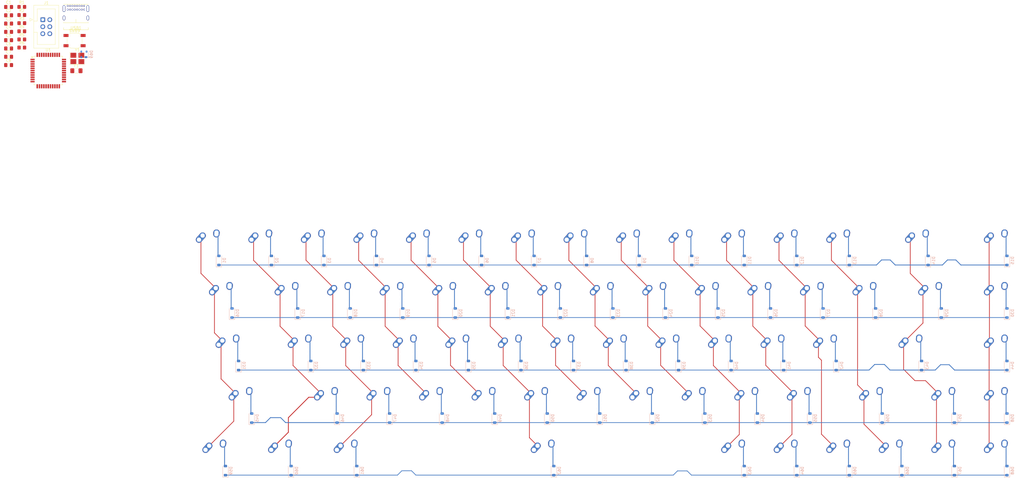
<source format=kicad_pcb>
(kicad_pcb (version 20240108) (generator "pcbnew") (generator_version "8.0")
  (layers (0 "F.Cu" signal) (31 "B.Cu" signal) (34 "B.Paste" user) (35 "F.Paste" user) (36 "B.SilkS" user "B.Silkscreen") (37 "F.SilkS" user "F.Silkscreen") (38 "B.Mask" user) (39 "F.Mask" user) (44 "Edge.Cuts" user))
  (net 0 "")
  (net 1 "GND")
  (net 2 "+5V")
  (net 3 "Net-(U1-XTAL1)")
  (net 4 "Net-(U1-XTAL2)")
  (net 5 "Net-(U1-UCAP)")
  (net 6 "ROW0")
  (net 7 "Net-(D1-A)")
  (net 8 "Net-(D2-A)")
  (net 9 "Net-(D3-A)")
  (net 10 "Net-(D4-A)")
  (net 11 "Net-(D5-A)")
  (net 12 "Net-(D6-A)")
  (net 13 "Net-(D7-A)")
  (net 14 "Net-(D8-A)")
  (net 15 "Net-(D9-A)")
  (net 16 "Net-(D10-A)")
  (net 17 "Net-(D11-A)")
  (net 18 "Net-(D12-A)")
  (net 19 "Net-(D13-A)")
  (net 20 "Net-(D14-A)")
  (net 21 "Net-(D15-A)")
  (net 22 "ROW1")
  (net 23 "Net-(D16-A)")
  (net 24 "Net-(D17-A)")
  (net 25 "Net-(D18-A)")
  (net 26 "Net-(D19-A)")
  (net 27 "Net-(D20-A)")
  (net 28 "Net-(D21-A)")
  (net 29 "Net-(D22-A)")
  (net 30 "Net-(D23-A)")
  (net 31 "Net-(D24-A)")
  (net 32 "Net-(D25-A)")
  (net 33 "Net-(D26-A)")
  (net 34 "Net-(D27-A)")
  (net 35 "Net-(D28-A)")
  (net 36 "Net-(D29-A)")
  (net 37 "Net-(D30-A)")
  (net 38 "ROW2")
  (net 39 "Net-(D31-A)")
  (net 40 "Net-(D32-A)")
  (net 41 "Net-(D33-A)")
  (net 42 "Net-(D34-A)")
  (net 43 "Net-(D35-A)")
  (net 44 "Net-(D36-A)")
  (net 45 "Net-(D37-A)")
  (net 46 "Net-(D38-A)")
  (net 47 "Net-(D39-A)")
  (net 48 "Net-(D40-A)")
  (net 49 "Net-(D41-A)")
  (net 50 "Net-(D42-A)")
  (net 51 "Net-(D43-A)")
  (net 52 "Net-(D44-A)")
  (net 53 "Net-(D45-A)")
  (net 54 "ROW3")
  (net 55 "Net-(D46-A)")
  (net 56 "Net-(D47-A)")
  (net 57 "Net-(D48-A)")
  (net 58 "Net-(D49-A)")
  (net 59 "Net-(D50-A)")
  (net 60 "Net-(D51-A)")
  (net 61 "Net-(D52-A)")
  (net 62 "Net-(D53-A)")
  (net 63 "Net-(D54-A)")
  (net 64 "Net-(D55-A)")
  (net 65 "Net-(D56-A)")
  (net 66 "Net-(D57-A)")
  (net 67 "Net-(D58-A)")
  (net 68 "ROW4")
  (net 69 "Net-(D59-A)")
  (net 70 "Net-(D60-A)")
  (net 71 "Net-(D61-A)")
  (net 72 "Net-(D62-A)")
  (net 73 "Net-(D63-A)")
  (net 74 "Net-(D64-A)")
  (net 75 "Net-(D65-A)")
  (net 76 "Net-(D66-A)")
  (net 77 "Net-(D67-A)")
  (net 78 "Net-(D68-A)")
  (net 79 "Net-(D69-I{slash}O1)")
  (net 80 "Net-(D69-I{slash}O2)")
  (net 81 "Net-(D69-VCC)")
  (net 82 "/MOSI")
  (net 83 "/MISO")
  (net 84 "Net-(J1-~{RST})")
  (net 85 "/SCK")
  (net 86 "/D+")
  (net 87 "/D-")
  (net 88 "Net-(U1-~{HWB}{slash}PE2)")
  (net 89 "Net-(USB1-CC2)")
  (net 90 "Net-(USB1-CC1)")
  (net 91 "COL0")
  (net 92 "COL1")
  (net 93 "COL2")
  (net 94 "COL3")
  (net 95 "COL4")
  (net 96 "COL5")
  (net 97 "COL6")
  (net 98 "COL7")
  (net 99 "COL8")
  (net 100 "COL9")
  (net 101 "COL10")
  (net 102 "COL11")
  (net 103 "COL12")
  (net 104 "COL13")
  (net 105 "COL14")
  (footprint "Crystal:Crystal_SMD_3225-4Pin_3.2x2.5mm_HandSoldering" (layer "F.Cu") (at -9.805 -30.15)
    (property "Reference" "Y1")
    (property "Value" "16MHz")
  )
  (footprint "MX_Alps_Hybrid:MX-Alps-Hybrid-1U" (layer "F.Cu") (at 161.925 57.15)
    (property "Reference" "SW22")
    (property "Value" "SW_Push")
  )
  (footprint "MX_Alps_Hybrid:MX-Alps-Hybrid-1U" (layer "F.Cu") (at 323.85 57.15)
    (property "Reference" "SW30")
    (property "Value" "SW_Push")
  )
  (footprint "MX_Alps_Hybrid:MX-Alps-Hybrid-1U" (layer "F.Cu") (at 304.8 95.25)
    (property "Reference" "SW57")
    (property "Value" "SW_Push")
  )
  (footprint "MX_Alps_Hybrid:MX-Alps-Hybrid-1U" (layer "F.Cu") (at 304.8 114.3)
    (property "Reference" "SW67")
    (property "Value" "SW_Push")
  )
  (footprint "MX_Alps_Hybrid:MX-Alps-Hybrid-1U" (layer "F.Cu") (at 323.85 38.1)
    (property "Reference" "SW15")
    (property "Value" "SW_Push")
  )
  (footprint "MX_Alps_Hybrid:MX-Alps-Hybrid-1U" (layer "F.Cu") (at 285.75 114.3)
    (property "Reference" "SW66")
    (property "Value" "SW_Push")
  )
  (footprint "Resistor_SMD:R_0805_2012Metric_Pad1.20x1.40mm_HandSolder" (layer "F.Cu") (at -29.955 -37.04)
    (property "Reference" "R5")
    (property "Value" "5.1k")
  )
  (footprint "MX_Alps_Hybrid:MX-Alps-Hybrid-1U" (layer "F.Cu") (at 95.25 38.1)
    (property "Reference" "SW4")
    (property "Value" "SW_Push")
  )
  (footprint "MX_Alps_Hybrid:MX-Alps-Hybrid-1U" (layer "F.Cu") (at 71.4375 76.2)
    (property "Reference" "SW32")
    (property "Value" "SW_Push")
  )
  (footprint "Fuse:Fuse_1206_3216Metric_Pad1.42x1.75mm_HandSolder" (layer "F.Cu") (at -10.155 -25.68)
    (property "Reference" "F1")
    (property "Value" "500m")
  )
  (footprint "MX_Alps_Hybrid:MX-Alps-Hybrid-1.25U" (layer "F.Cu") (at 64.29375 114.3)
    (property "Reference" "SW60")
    (property "Value" "SW_Push")
  )
  (footprint "MX_Alps_Hybrid:MX-Alps-Hybrid-1U" (layer "F.Cu") (at 323.85 95.25)
    (property "Reference" "SW58")
    (property "Value" "SW_Push")
  )
  (footprint "Package_QFP:TQFP-44_10x10mm_P0.8mm" (layer "F.Cu") (at -20.355 -25.75)
    (property "Reference" "U1")
    (property "Value" "ATmega32U4-A")
  )
  (footprint "MX_Alps_Hybrid:MX-Alps-Hybrid-1U" (layer "F.Cu") (at 123.825 57.15)
    (property "Reference" "SW20")
    (property "Value" "SW_Push")
  )
  (footprint "Capacitor_SMD:C_0805_2012Metric_Pad1.18x1.45mm_HandSolder" (layer "F.Cu") (at -34.735 -48.81)
    (property "Reference" "C1")
    (property "Value" "10uF")
  )
  (footprint "MX_Alps_Hybrid:MX-Alps-Hybrid-1U" (layer "F.Cu") (at 200.025 57.15)
    (property "Reference" "SW24")
    (property "Value" "SW_Push")
  )
  (footprint "MX_Alps_Hybrid:MX-Alps-Hybrid-1U" (layer "F.Cu") (at 109.5375 76.2)
    (property "Reference" "SW34")
    (property "Value" "SW_Push")
  )
  (footprint "MX_Alps_Hybrid:MX-Alps-Hybrid-1U" (layer "F.Cu") (at 266.7 114.3)
    (property "Reference" "SW65")
    (property "Value" "SW_Push")
  )
  (footprint "MX_Alps_Hybrid:MX-Alps-Hybrid-1U" (layer "F.Cu") (at 85.725 57.15)
    (property "Reference" "SW18")
    (property "Value" "SW_Push")
  )
  (footprint "MX_Alps_Hybrid:MX-Alps-Hybrid-1U" (layer "F.Cu") (at 223.8375 76.2)
    (property "Reference" "SW40")
    (property "Value" "SW_Push")
  )
  (footprint "MX_Alps_Hybrid:MX-Alps-Hybrid-1U" (layer "F.Cu") (at 238.125 57.15)
    (property "Reference" "SW26")
    (property "Value" "SW_Push")
  )
  (footprint "MX_Alps_Hybrid:MX-Alps-Hybrid-1.5U" (layer "F.Cu") (at 42.8625 57.15)
    (property "Reference" "SW16")
    (property "Value" "SW_Push")
  )
  (footprint "MX_Alps_Hybrid:MX-Alps-Hybrid-2U" (layer "F.Cu") (at 295.275 38.1)
    (property "Reference" "SW14")
    (property "Value" "SW_Push")
  )
  (footprint "MX_Alps_Hybrid:MX-Alps-Hybrid-1U" (layer "F.Cu") (at 276.225 57.15)
    (property "Reference" "SW28")
    (property "Value" "SW_Push")
  )
  (footprint "Resistor_SMD:R_0805_2012Metric_Pad1.20x1.40mm_HandSolder" (layer "F.Cu") (at -29.955 -48.84)
    (property "Reference" "R1")
    (property "Value" "10k")
  )
  (footprint "MX_Alps_Hybrid:MX-Alps-Hybrid-1U" (layer "F.Cu") (at 209.55 38.1)
    (property "Reference" "SW10")
    (property "Value" "SW_Push")
  )
  (footprint "MX_Alps_Hybrid:MX-Alps-Hybrid-1U" (layer "F.Cu") (at 228.6 38.1)
    (property "Reference" "SW11")
    (property "Value" "SW_Push")
  )
  (footprint "MX_Alps_Hybrid:MX-Alps-Hybrid-1U" (layer "F.Cu") (at 152.4 38.1)
    (property "Reference" "SW7")
    (property "Value" "SW_Push")
  )
  (footprint "MX_Alps_Hybrid:MX-Alps-Hybrid-1U" (layer "F.Cu") (at 185.7375 76.2)
    (property "Reference" "SW38")
    (property "Value" "SW_Push")
  )
  (footprint "Capacitor_SMD:C_0805_2012Metric_Pad1.18x1.45mm_HandSolder" (layer "F.Cu") (at -34.735 -39.78)
    (property "Reference" "C4")
    (property "Value" "0.1uF")
  )
  (footprint "MX_Alps_Hybrid:MX-Alps-Hybrid-1U" (layer "F.Cu") (at 138.1125 95.25)
    (property "Reference" "SW49")
    (property "Value" "SW_Push")
  )
  (footprint "MX_Alps_Hybrid:MX-Alps-Hybrid-1U" (layer "F.Cu") (at 214.3125 95.25)
    (property "Reference" "SW53")
    (property "Value" "SW_Push")
  )
  (footprint "Button_Switch_SMD:SW_SPST_SKQG_WithStem" (layer "F.Cu") (at -10.825 -36.62)
    (property "Reference" "SW69")
    (property "Value" "SW_Push")
  )
  (footprint "Capacitor_SMD:C_0805_2012Metric_Pad1.18x1.45mm_HandSolder" (layer "F.Cu") (at -34.735 -30.75)
    (property "Reference" "C7")
    (property "Value" "0.1uF")
  )
  (footprint "MX_Alps_Hybrid:MX-Alps-Hybrid-1U" (layer "F.Cu") (at 323.85 114.3)
    (property "Reference" "SW68")
    (property "Value" "SW_Push")
  )
  (footprint "MX_Alps_Hybrid:MX-Alps-Hybrid-1U" (layer "F.Cu") (at 100.0125 95.25)
    (property "Reference" "SW47")
    (property "Value" "SW_Push")
  )
  (footprint "MX_Alps_Hybrid:MX-Alps-Hybrid-6.25U" (layer "F.Cu") (at 159.54375 114.3)
    (property "Reference" "SW62")
    (property "Value" "SW_Push")
  )
  (footprint "MX_Alps_Hybrid:MX-Alps-Hybrid-1U" (layer "F.Cu") (at 142.875 57.15)
    (property "Reference" "SW21")
    (property "Value" "SW_Push")
  )
  (footprint "Capacitor_SMD:C_0805_2012Metric_Pad1.18x1.45mm_HandSolder" (layer "F.Cu") (at -34.735 -36.77)
    (property "Reference" "C5")
    (property "Value" "C_Small")
  )
  (footprint "MX_Alps_Hybrid:MX-Alps-Hybrid-1U" (layer "F.Cu") (at 266.7 38.1)
    (property "Reference" "SW13")
    (property "Value" "SW_Push")
  )
  (footprint "Connector_IDC:IDC-Header_2x03_P2.54mm_Vertical" (layer "F.Cu") (at -22.34 -44.19)
    (property "Reference" "J1")
    (property "Value" "AVR-ISP-6")
  )
  (footprint "MX_Alps_Hybrid:MX-Alps-Hybrid-1U" (layer "F.Cu") (at 57.15 38.1)
    (property "Reference" "SW2")
    (property "Value" "SW_Push")
  )
  (footprint "MX_Alps_Hybrid:MX-Alps-Hybrid-1U" (layer "F.Cu") (at 247.65 114.3)
    (property "Reference" "SW64")
    (property "Value" "SW_Push")
  )
  (footprint "MX_Alps_Hybrid:MX-Alps-Hybrid-1U" (layer "F.Cu") (at 190.5 38.1)
    (property "Reference" "SW9")
    (property "Value" "SW_Push")
  )
  (footprint "MX_Alps_Hybrid:MX-Alps-Hybrid-2.25U" (layer "F.Cu") (at 292.89375 76.2)
    (property "Reference" "SW43")
    (property "Value" "SW_Push")
  )
  (footprint "MX_Alps_Hybrid:MX-Alps-Hybrid-1.5U" (layer "F.Cu") (at 300.0375 57.15)
    (property "Reference" "SW29")
    (property "Value" "SW_Push")
  )
  (footprint "MX_Alps_Hybrid:MX-Alps-Hybrid-1U" (layer "F.Cu") (at 252.4125 95.25)
    (property "Reference" "SW55")
    (property "Value" "SW_Push")
  )
  (footprint "MX_Alps_Hybrid:MX-Alps-Hybrid-1U" (layer "F.Cu") (at 219.075 57.15)
    (property "Reference" "SW25")
    (property "Value" "SW_Push")
  )
  (footprint "MX_Alps_Hybrid:MX-Alps-Hybrid-1U" (layer "F.Cu") (at 257.175 57.15)
    (property "Reference" "SW27")
    (property "Value" "SW_Push")
  )
  (footprint "Capacitor_SMD:C_0805_2012Metric_Pad1.18x1.45mm_HandSolder" (layer "F.Cu") (at -34.735 -27.74)
    (property "Reference" "C8")
    (property "Value" "1uF")
  )
  (footprint "MX_Alps_Hybrid:MX-Alps-Hybrid-1.25U" (layer "F.Cu") (at 40.48125 114.3)
    (property "Reference" "SW59")
    (property "Value" "SW_Push")
  )
  (footprint "Capacitor_SMD:C_0805_2012Metric_Pad1.18x1.45mm_HandSolder" (layer "F.Cu") (at -34.735 -42.79)
    (property "Reference" "C3")
    (property "Value" "0.1uF")
  )
  (footprint "MX_Alps_Hybrid:MX-Alps-Hybrid-1U" (layer "F.Cu") (at 195.2625 95.25)
    (property "Reference" "SW52")
    (property "Value" "SW_Push")
  )
  (footprint "MX_Alps_Hybrid:MX-Alps-Hybrid-1U" (layer "F.Cu") (at 261.9375 76.2)
    (property "Reference" "SW42")
    (property "Value" "SW_Push")
  )
  (footprint "MX_Alps_Hybrid:MX-Alps-Hybrid-1U" (layer "F.Cu") (at 104.775 57.15)
    (property "Reference" "SW19")
    (property "Value" "SW_Push")
  )
  (footprint "MX_Alps_Hybrid:MX-Alps-Hybrid-1U" (layer "F.Cu") (at 128.5875 76.2)
    (property "Reference" "SW35")
    (property "Value" "SW_Push")
  )
  (footprint "MX_Alps_Hybrid:MX-Alps-Hybrid-1U" (layer "F.Cu") (at 147.6375 76.2)
    (property "Reference" "SW36")
    (property "Value" "SW_Push")
  )
  (footprint "MX_Alps_Hybrid:MX-Alps-Hybrid-1U" (layer "F.Cu") (at 171.45 38.1)
    (property "Reference" "SW8")
    (property "Value" "SW_Push")
  )
  (footprint "MX_Alps_Hybrid:MX-Alps-Hybrid-1U" (layer "F.Cu") (at 204.7875 76.2)
    (property "Reference" "SW39")
    (property "Value" "SW_Push")
  )
  (footprint "MX_Alps_Hybrid:MX-Alps-Hybrid-1U" (layer "F.Cu") (at 228.6 114.3)
    (property "Reference" "SW63")
    (property "Value" "SW_Push")
  )
  (footprint "Resistor_SMD:R_0805_2012Metric_Pad1.20x1.40mm_HandSolder" (layer "F.Cu") (at -29.955 -42.94)
    (property "Reference" "R3")
    (property "Value" "22")
  )
  (footprint "MX_Alps_Hybrid:MX-Alps-Hybrid-1U" (layer "F.Cu") (at 119.0625 95.25)
    (property "Reference" "SW48")
    (property "Value" "SW_Push")
  )
  (footprint "MX_Alps_Hybrid:MX-Alps-Hybrid-1U" (layer "F.Cu") (at 157.1625 95.25)
    (property "Reference" "SW50")
    (property "Value" "SW_Push")
  )
  (footprint "MX_Alps_Hybrid:MX-Alps-Hybrid-1U" (layer "F.Cu") (at 133.35 38.1)
    (property "Reference" "SW6")
    (property "Value" "SW_Push")
  )
  (footprint "Resistor_SMD:R_0805_2012Metric_Pad1.20x1.40mm_HandSolder" (layer "F.Cu") (at -29.955 -45.89)
    (property "Reference" "R2")
    (property "Value" "22")
  )
  (footprint "MX_Alps_Hybrid:MX-Alps-Hybrid-1U" (layer "F.Cu") (at 76.2 38.1)
    (property "Reference" "SW3")
    (property "Value" "SW_Push")
  )
  (footprint "MX_Alps_Hybrid:MX-Alps-Hybrid-1U" (layer "F.Cu") (at 66.675 57.15)
    (property "Reference" "SW17")
    (property "Value" "SW_Push")
  )
  (footprint "MX_Alps_Hybrid:MX-Alps-Hybrid-1U" (layer "F.Cu") (at 166.6875 76.2)
    (property "Reference" "SW37")
    (property "Value" "SW_Push")
  )
  (footprint "MX_Alps_Hybrid:MX-Alps-Hybrid-1U" (layer "F.Cu") (at 114.3 38.1)
    (property "Reference" "SW5")
    (property "Value" "SW_Push")
  )
  (footprint "MX_Alps_Hybrid:MX-Alps-Hybrid-1.75U" (layer "F.Cu") (at 45.24375 76.2)
    (property "Reference" "SW31")
    (property "Value" "SW_Push")
  )
  (footprint "MX_Alps_Hybrid:MX-Alps-Hybrid-1.25U" (layer "F.Cu") (at 88.10625 114.3)
    (property "Reference" "SW61")
    (property "Value" "SW_Push")
  )
  (footprint "MX_Alps_Hybrid:MX-Alps-Hybrid-1U" (layer "F.Cu") (at 233.3625 95.25)
    (property "Reference" "SW54")
    (property "Value" "SW_Push")
  )
  (footprint "MX_Alps_Hybrid:MX-Alps-Hybrid-1U" (layer "F.Cu") (at 242.8875 76.2)
    (property "Reference" "SW41")
    (property "Value" "SW_Push")
  )
  (footprint "MX_Alps_Hybrid:MX-Alps-Hybrid-1U" (layer "F.Cu") (at 90.4875 76.2)
    (property "Reference" "SW33")
    (property "Value" "SW_Push")
  )
  (footprint "Resistor_SMD:R_0805_2012Metric_Pad1.20x1.40mm_HandSolder" (layer "F.Cu") (at -29.955 -39.99)
    (property "Reference" "R4")
    (property "Value" "10k")
  )
  (footprint "Capacitor_SMD:C_0805_2012Metric_Pad1.18x1.45mm_HandSolder" (layer "F.Cu") (at -34.735 -33.76)
    (property "Reference" "C6")
    (property "Value" "C_Small")
  )
  (footprint "MX_Alps_Hybrid:MX-Alps-Hybrid-1U" (layer "F.Cu") (at 180.975 57.15)
    (property "Reference" "SW23")
    (property "Value" "SW_Push")
  )
  (footprint "ai03-2725_Type-C:USB_C_GCT_USB4085" (layer "F.Cu") (at -10.325 -43.08)
    (property "Reference" "USB1")
    (property "Value" "GCT USB-C USB4085-GF-A")
  )
  (footprint "MX_Alps_Hybrid:MX-Alps-Hybrid-1U" (layer "F.Cu") (at 247.65 38.1)
    (property "Reference" "SW12")
    (property "Value" "SW_Push")
  )
  (footprint "MX_Alps_Hybrid:MX-Alps-Hybrid-1U" (layer "F.Cu") (at 176.2125 95.25)
    (property "Reference" "SW51")
    (property "Value" "SW_Push")
  )
  (footprint "Resistor_SMD:R_0805_2012Metric_Pad1.20x1.40mm_HandSolder" (layer "F.Cu") (at -29.955 -34.09)
    (property "Reference" "R6")
    (property "Value" "5.1k")
  )
  (footprint "MX_Alps_Hybrid:MX-Alps-Hybrid-1U" (layer "F.Cu") (at 80.9625 95.25)
    (property "Reference" "SW46")
    (property "Value" "SW_Push")
  )
  (footprint "MX_Alps_Hybrid:MX-Alps-Hybrid-1.75U" (layer "F.Cu") (at 278.60625 95.25)
    (property "Reference" "SW56")
    (property "Value" "SW_Push")
  )
  (footprint "MX_Alps_Hybrid:MX-Alps-Hybrid-1U" (layer "F.Cu") (at 38.1 38.1)
    (property "Reference" "SW1")
    (property "Value" "SW_Push")
  )
  (footprint "MX_Alps_Hybrid:MX-Alps-Hybrid-2.25U" (layer "F.Cu") (at 50.00625 95.25)
    (property "Reference" "SW45")
    (property "Value" "SW_Push")
  )
  (footprint "Capacitor_SMD:C_0805_2012Metric_Pad1.18x1.45mm_HandSolder" (layer "F.Cu") (at -34.735 -45.8)
    (property "Reference" "C2")
    (property "Value" "0.1uF")
  )
  (footprint "MX_Alps_Hybrid:MX-Alps-Hybrid-1U" (layer "F.Cu") (at 323.85 76.2)
    (property "Reference" "SW44")
    (property "Value" "SW_Push")
  )
  (footprint "Diode_SMD:D_SOD-123" (layer "B.Cu") (at 155.8 43.1 90)
    (property "Reference" "D7")
    (property "Value" "D")
  )
  (footprint "Diode_SMD:D_SOD-123" (layer "B.Cu") (at 117.7 43.1 90)
    (property "Reference" "D5")
    (property "Value" "D")
  )
  (footprint "Diode_SMD:D_SOD-123" (layer "B.Cu") (at 189.1375 81.2 90)
    (property "Reference" "D38")
    (property "Value" "D")
  )
  (footprint "Diode_SMD:D_SOD-123" (layer "B.Cu") (at 298.675 43.1 90)
    (property "Reference" "D14")
    (property "Value" "D")
  )
  (footprint "Diode_SMD:D_SOD-123" (layer "B.Cu") (at 232 119.3 90)
    (property "Reference" "D63")
    (property "Value" "D")
  )
  (footprint "Diode_SMD:D_SOD-123" (layer "B.Cu") (at 279.625 62.15 90)
    (property "Reference" "D28")
    (property "Value" "D")
  )
  (footprint "Diode_SMD:D_SOD-123" (layer "B.Cu") (at 227.2375 81.2 90)
    (property "Reference" "D40")
    (property "Value" "D")
  )
  (footprint "Diode_SMD:D_SOD-123" (layer "B.Cu") (at 141.5125 100.25 90)
    (property "Reference" "D49")
    (property "Value" "D")
  )
  (footprint "Diode_SMD:D_SOD-123" (layer "B.Cu") (at 179.6125 100.25 90)
    (property "Reference" "D51")
    (property "Value" "D")
  )
  (footprint "Diode_SMD:D_SOD-123" (layer "B.Cu") (at 296.29375 81.2 90)
    (property "Reference" "D43")
    (property "Value" "D")
  )
  (footprint "Diode_SMD:D_SOD-123" (layer "B.Cu") (at 160.5625 100.25 90)
    (property "Reference" "D50")
    (property "Value" "D")
  )
  (footprint "Diode_SMD:D_SOD-123" (layer "B.Cu") (at 251.05 119.3 90)
    (property "Reference" "D64")
    (property "Value" "D")
  )
  (footprint "Diode_SMD:D_SOD-123" (layer "B.Cu") (at 251.05 43.1 90)
    (property "Reference" "D12")
    (property "Value" "D")
  )
  (footprint "Diode_SMD:D_SOD-123" (layer "B.Cu") (at 184.375 62.15 90)
    (property "Reference" "D23")
    (property "Value" "D")
  )
  (footprint "Diode_SMD:D_SOD-123" (layer "B.Cu") (at 103.4125 100.25 90)
    (property "Reference" "D47")
    (property "Value" "D")
  )
  (footprint "Diode_SMD:D_SOD-123" (layer "B.Cu") (at 217.7125 100.25 90)
    (property "Reference" "D53")
    (property "Value" "D")
  )
  (footprint "Diode_SMD:D_SOD-123" (layer "B.Cu") (at 89.125 62.15 90)
    (property "Reference" "D18")
    (property "Value" "D")
  )
  (footprint "Diode_SMD:D_SOD-123" (layer "B.Cu") (at 108.175 62.15 90)
    (property "Reference" "D19")
    (property "Value" "D")
  )
  (footprint "Diode_SMD:D_SOD-123" (layer "B.Cu") (at 74.8375 81.2 90)
    (property "Reference" "D32")
    (property "Value" "D")
  )
  (footprint "Diode_SMD:D_SOD-123" (layer "B.Cu") (at 46.2625 62.15 90)
    (property "Reference" "D16")
    (property "Value" "D")
  )
  (footprint "Diode_SMD:D_SOD-123" (layer "B.Cu") (at 41.5 43.1 90)
    (property "Reference" "D1")
    (property "Value" "D")
  )
  (footprint "Diode_SMD:D_SOD-123" (layer "B.Cu") (at 203.425 62.15 90)
    (property "Reference" "D24")
    (property "Value" "D")
  )
  (footprint "Diode_SMD:D_SOD-123" (layer "B.Cu") (at 131.9875 81.2 90)
    (property "Reference" "D35")
    (property "Value" "D")
  )
  (footprint "Diode_SMD:D_SOD-123" (layer "B.Cu") (at 93.8875 81.2 90)
    (property "Reference" "D33")
    (property "Value" "D")
  )
  (footprint "Diode_SMD:D_SOD-123" (layer "B.Cu") (at 212.95 43.1 90)
    (property "Reference" "D10")
    (property "Value" "D")
  )
  (footprint "Diode_SMD:D_SOD-123" (layer "B.Cu") (at 327.25 100.25 90)
    (property "Reference" "D58")
    (property "Value" "D")
  )
  (footprint "Diode_SMD:D_SOD-123" (layer "B.Cu") (at 127.225 62.15 90)
    (property "Reference" "D20")
    (property "Value" "D")
  )
  (footprint "Diode_SMD:D_SOD-123" (layer "B.Cu") (at 327.25 81.2 90)
    (property "Reference" "D44")
    (property "Value" "D")
  )
  (footprint "Diode_SMD:D_SOD-123" (layer "B.Cu") (at 70.075 62.15 90)
    (property "Reference" "D17")
    (property "Value" "D")
  )
  (footprint "Diode_SMD:D_SOD-123" (layer "B.Cu") (at 327.25 119.3 90)
    (property "Reference" "D68")
    (property "Value" "D")
  )
  (footprint "Diode_SMD:D_SOD-123" (layer "B.Cu") (at 170.0875 81.2 90)
    (property "Reference" "D37")
    (property "Value" "D")
  )
  (footprint "Diode_SMD:D_SOD-123" (layer "B.Cu") (at 136.75 43.1 90)
    (property "Reference" "D6")
    (property "Value" "D")
  )
  (footprint "Diode_SMD:D_SOD-123" (layer "B.Cu") (at 260.575 62.15 90)
    (property "Reference" "D27")
    (property "Value" "D")
  )
  (footprint "Diode_SMD:D_SOD-123" (layer "B.Cu") (at 122.4625 100.25 90)
    (property "Reference" "D48")
    (property "Value" "D")
  )
  (footprint "Diode_SMD:D_SOD-123" (layer "B.Cu") (at 60.55 43.1 90)
    (property "Reference" "D2")
    (property "Value" "D")
  )
  (footprint "Diode_SMD:D_SOD-123" (layer "B.Cu") (at 265.3375 81.2 90)
    (property "Reference" "D42")
    (property "Value" "D")
  )
  (footprint "Diode_SMD:D_SOD-123" (layer "B.Cu") (at 327.25 43.1 90)
    (property "Reference" "D15")
    (property "Value" "D")
  )
  (footprint "Diode_SMD:D_SOD-123" (layer "B.Cu") (at 151.0375 81.2 90)
    (property "Reference" "D36")
    (property "Value" "D")
  )
  (footprint "Diode_SMD:D_SOD-123" (layer "B.Cu") (at 246.2875 81.2 90)
    (property "Reference" "D41")
    (property "Value" "D")
  )
  (footprint "Diode_SMD:D_SOD-123" (layer "B.Cu") (at 198.6625 100.25 90)
    (property "Reference" "D52")
    (property "Value" "D")
  )
  (footprint "Diode_SMD:D_SOD-123" (layer "B.Cu") (at 241.525 62.15 90)
    (property "Reference" "D26")
    (property "Value" "D")
  )
  (footprint "Diode_SMD:D_SOD-123" (layer "B.Cu") (at 79.6 43.1 90)
    (property "Reference" "D3")
    (property "Value" "D")
  )
  (footprint "Diode_SMD:D_SOD-123" (layer "B.Cu") (at 174.85 43.1 90)
    (property "Reference" "D8")
    (property "Value" "D")
  )
  (footprint "Diode_SMD:D_SOD-123" (layer "B.Cu") (at 289.15 119.3 90)
    (property "Reference" "D66")
    (property "Value" "D")
  )
  (footprint "Diode_SMD:D_SOD-123" (layer "B.Cu") (at 67.69375 119.3 90)
    (property "Reference" "D60")
    (property "Value" "D")
  )
  (footprint "Diode_SMD:D_SOD-123" (layer "B.Cu") (at 222.475 62.15 90)
    (property "Reference" "D25")
    (property "Value" "D")
  )
  (footprint "Diode_SMD:D_SOD-123" (layer "B.Cu") (at 48.64375 81.2 90)
    (property "Reference" "D31")
    (property "Value" "D")
  )
  (footprint "Diode_SMD:D_SOD-123" (layer "B.Cu") (at 327.25 62.15 90)
    (property "Reference" "D30")
    (property "Value" "D")
  )
  (footprint "Diode_SMD:D_SOD-123" (layer "B.Cu") (at 43.88125 119.3 90)
    (property "Reference" "D59")
    (property "Value" "D")
  )
  (footprint "Diode_SMD:D_SOD-123" (layer "B.Cu") (at 193.9 43.1 90)
    (property "Reference" "D9")
    (property "Value" "D")
  )
  (footprint "Diode_SMD:D_SOD-123" (layer "B.Cu") (at 112.9375 81.2 90)
    (property "Reference" "D34")
    (property "Value" "D")
  )
  (footprint "Diode_SMD:D_SOD-123" (layer "B.Cu") (at 162.94375 119.3 90)
    (property "Reference" "D62")
    (property "Value" "D")
  )
  (footprint "Diode_SMD:D_SOD-123" (layer "B.Cu") (at 165.325 62.15 90)
    (property "Reference" "D22")
    (property "Value" "D")
  )
  (footprint "Diode_SMD:D_SOD-123" (layer "B.Cu") (at 308.2 119.3 90)
    (property "Reference" "D67")
    (property "Value" "D")
  )
  (footprint "Diode_SMD:D_SOD-123" (layer "B.Cu") (at 146.275 62.15 90)
    (property "Reference" "D21")
    (property "Value" "D")
  )
  (footprint "Diode_SMD:D_SOD-123" (layer "B.Cu") (at 208.1875 81.2 90)
    (property "Reference" "D39")
    (property "Value" "D")
  )
  (footprint "Diode_SMD:D_SOD-123" (layer "B.Cu") (at 236.7625 100.25 90)
    (property "Reference" "D54")
    (property "Value" "D")
  )
  (footprint "Diode_SMD:D_SOD-123" (layer "B.Cu") (at 98.65 43.1 90)
    (property "Reference" "D4")
    (property "Value" "D")
  )
  (footprint "Diode_SMD:D_SOD-123" (layer "B.Cu") (at 282.00625 100.25 90)
    (property "Reference" "D56")
    (property "Value" "D")
  )
  (footprint "Package_TO_SOT_SMD:SOT-143" (layer "B.Cu") (at -7.425 -31.62 90)
    (property "Reference" "D69")
    (property "Value" "PRTR5V0U2X")
  )
  (footprint "Diode_SMD:D_SOD-123" (layer "B.Cu") (at 53.40625 100.25 90)
    (property "Reference" "D45")
    (property "Value" "D")
  )
  (footprint "Diode_SMD:D_SOD-123" (layer "B.Cu") (at 303.4375 62.15 90)
    (property "Reference" "D29")
    (property "Value" "D")
  )
  (footprint "Diode_SMD:D_SOD-123" (layer "B.Cu") (at 270.1 119.3 90)
    (property "Reference" "D65")
    (property "Value" "D")
  )
  (footprint "Diode_SMD:D_SOD-123" (layer "B.Cu") (at 91.50625 119.3 90)
    (property "Reference" "D61")
    (property "Value" "D")
  )
  (footprint "Diode_SMD:D_SOD-123" (layer "B.Cu") (at 232 43.1 90)
    (property "Reference" "D11")
    (property "Value" "D")
  )
  (footprint "Diode_SMD:D_SOD-123" (layer "B.Cu") (at 255.8125 100.25 90)
    (property "Reference" "D55")
    (property "Value" "D")
  )
  (footprint "Diode_SMD:D_SOD-123" (layer "B.Cu") (at 270.1 43.1 90)
    (property "Reference" "D13")
    (property "Value" "D")
  )
  (footprint "Diode_SMD:D_SOD-123" (layer "B.Cu") (at 84.3625 100.25 90)
    (property "Reference" "D46")
    (property "Value" "D")
  )
  (footprint "Diode_SMD:D_SOD-123" (layer "B.Cu") (at 308.2 100.25 90)
    (property "Reference" "D57")
    (property "Value" "D")
  )
  (segment (start 98.65 44.75) (end 117.7 44.75) (width 0.25) (layer "B.Cu") (net 6))
  (segment (start 303.85 44.75) (end 298.675 44.75) (width 0.3) (layer "B.Cu") (net 6))
  (segment (start 298.675 44.75) (end 286.75 44.75) (width 0.3) (layer "B.Cu") (net 6))
  (segment (start 284.9 42.9) (end 281.8 42.9) (width 0.3) (layer "B.Cu") (net 6))
  (segment (start 305.7 42.9) (end 303.85 44.75) (width 0.3) (layer "B.Cu") (net 6))
  (segment (start 117.7 44.75) (end 136.75 44.75) (width 0.25) (layer "B.Cu") (net 6))
  (segment (start 232 44.75) (end 251.05 44.75) (width 0.25) (layer "B.Cu") (net 6))
  (segment (start 281.8 42.9) (end 279.95 44.75) (width 0.3) (layer "B.Cu") (net 6))
  (segment (start 308.7 42.9) (end 305.7 42.9) (width 0.3) (layer "B.Cu") (net 6))
  (segment (start 155.8 44.75) (end 174.85 44.75) (width 0.25) (layer "B.Cu") (net 6))
  (segment (start 327.25 44.75) (end 310.55 44.75) (width 0.3) (layer "B.Cu") (net 6))
  (segment (start 251.05 44.75) (end 270.1 44.75) (width 0.25) (layer "B.Cu") (net 6))
  (segment (start 286.75 44.75) (end 284.9 42.9) (width 0.3) (layer "B.Cu") (net 6))
  (segment (start 60.55 44.75) (end 79.6 44.75) (width 0.25) (layer "B.Cu") (net 6))
  (segment (start 136.75 44.75) (end 155.8 44.75) (width 0.25) (layer "B.Cu") (net 6))
  (segment (start 310.55 44.75) (end 308.7 42.9) (width 0.3) (layer "B.Cu") (net 6))
  (segment (start 193.9 44.75) (end 212.95 44.75) (width 0.25) (layer "B.Cu") (net 6))
  (segment (start 79.6 44.75) (end 98.65 44.75) (width 0.25) (layer "B.Cu") (net 6))
  (segment (start 41.5 44.75) (end 60.55 44.75) (width 0.25) (layer "B.Cu") (net 6))
  (segment (start 174.85 44.75) (end 193.9 44.75) (width 0.25) (layer "B.Cu") (net 6))
  (segment (start 279.95 44.75) (end 270.1 44.75) (width 0.3) (layer "B.Cu") (net 6))
  (segment (start 212.95 44.75) (end 232 44.75) (width 0.25) (layer "B.Cu") (net 6))
  (segment (start 41.2 34.2) (end 40.6 33.6) (width 0.3) (layer "B.Cu") (net 7))
  (segment (start 41.2 41.15) (end 41.2 34.2) (width 0.3) (layer "B.Cu") (net 7))
  (segment (start 41.5 41.45) (end 41.2 41.15) (width 0.3) (layer "B.Cu") (net 7))
  (segment (start 60.55 41.45) (end 60.25 41.15) (width 0.3) (layer "B.Cu") (net 8))
  (segment (start 60.25 41.15) (end 60.25 34.2) (width 0.3) (layer "B.Cu") (net 8))
  (segment (start 60.25 34.2) (end 59.65 33.6) (width 0.3) (layer "B.Cu") (net 8))
  (segment (start 79.3 41.15) (end 79.3 34.2) (width 0.3) (layer "B.Cu") (net 9))
  (segment (start 79.3 34.2) (end 78.7 33.6) (width 0.3) (layer "B.Cu") (net 9))
  (segment (start 79.6 41.45) (end 79.3 41.15) (width 0.3) (layer "B.Cu") (net 9))
  (segment (start 98.35 34.2) (end 97.75 33.6) (width 0.3) (layer "B.Cu") (net 10))
  (segment (start 98.35 41.15) (end 98.35 34.2) (width 0.3) (layer "B.Cu") (net 10))
  (segment (start 98.65 41.45) (end 98.35 41.15) (width 0.3) (layer "B.Cu") (net 10))
  (segment (start 117.7 41.45) (end 117.4 41.15) (width 0.3) (layer "B.Cu") (net 11))
  (segment (start 117.4 41.15) (end 117.4 34.2) (width 0.3) (layer "B.Cu") (net 11))
  (segment (start 117.4 34.2) (end 116.8 33.6) (width 0.3) (layer "B.Cu") (net 11))
  (segment (start 136.75 41.45) (end 136.45 41.15) (width 0.3) (layer "B.Cu") (net 12))
  (segment (start 136.45 41.15) (end 136.45 34.2) (width 0.3) (layer "B.Cu") (net 12))
  (segment (start 136.45 34.2) (end 135.85 33.6) (width 0.3) (layer "B.Cu") (net 12))
  (segment (start 155.5 34.2) (end 154.9 33.6) (width 0.3) (layer "B.Cu") (net 13))
  (segment (start 155.5 41.15) (end 155.5 34.2) (width 0.3) (layer "B.Cu") (net 13))
  (segment (start 155.8 41.45) (end 155.5 41.15) (width 0.3) (layer "B.Cu") (net 13))
  (segment (start 174.85 41.45) (end 174.55 41.15) (width 0.3) (layer "B.Cu") (net 14))
  (segment (start 174.55 34.2) (end 173.95 33.6) (width 0.3) (layer "B.Cu") (net 14))
  (segment (start 174.55 41.15) (end 174.55 34.2) (width 0.3) (layer "B.Cu") (net 14))
  (segment (start 193.6 41.15) (end 193.6 34.2) (width 0.3) (layer "B.Cu") (net 15))
  (segment (start 193.9 41.45) (end 193.6 41.15) (width 0.3) (layer "B.Cu") (net 15))
  (segment (start 193.6 34.2) (end 193 33.6) (width 0.3) (layer "B.Cu") (net 15))
  (segment (start 212.65 34.2) (end 212.05 33.6) (width 0.3) (layer "B.Cu") (net 16))
  (segment (start 212.95 41.45) (end 212.65 41.15) (width 0.3) (layer "B.Cu") (net 16))
  (segment (start 212.65 41.15) (end 212.65 34.2) (width 0.3) (layer "B.Cu") (net 16))
  (segment (start 231.7 41.15) (end 231.7 34.2) (width 0.3) (layer "B.Cu") (net 17))
  (segment (start 231.7 34.2) (end 231.1 33.6) (width 0.3) (layer "B.Cu") (net 17))
  (segment (start 232 41.45) (end 231.7 41.15) (width 0.3) (layer "B.Cu") (net 17))
  (segment (start 250.75 34.2) (end 250.15 33.6) (width 0.3) (layer "B.Cu") (net 18))
  (segment (start 250.75 41.15) (end 250.75 34.2) (width 0.3) (layer "B.Cu") (net 18))
  (segment (start 251.05 41.45) (end 250.75 41.15) (width 0.3) (layer "B.Cu") (net 18))
  (segment (start 269.8 34.2) (end 269.2 33.6) (width 0.3) (layer "B.Cu") (net 19))
  (segment (start 269.8 41.15) (end 269.8 34.2) (width 0.3) (layer "B.Cu") (net 19))
  (segment (start 270.1 41.45) (end 269.8 41.15) (width 0.3) (layer "B.Cu") (net 19))
  (segment (start 298.675 41.45) (end 298.375 41.15) (width 0.3) (layer "B.Cu") (net 20))
  (segment (start 298.375 41.15) (end 298.375 34.2) (width 0.3) (layer "B.Cu") (net 20))
  (segment (start 298.375 34.2) (end 297.775 33.6) (width 0.3) (layer "B.Cu") (net 20))
  (segment (start 327.25 41.45) (end 326.95 41.15) (width 0.3) (layer "B.Cu") (net 21))
  (segment (start 326.95 41.15) (end 326.95 34.2) (width 0.3) (layer "B.Cu") (net 21))
  (segment (start 326.95 34.2) (end 326.35 33.6) (width 0.3) (layer "B.Cu") (net 21))
  (segment (start 108.175 63.8) (end 127.225 63.8) (width 0.25) (layer "B.Cu") (net 22))
  (segment (start 303.4375 63.8) (end 327.25 63.8) (width 0.25) (layer "B.Cu") (net 22))
  (segment (start 184.375 63.8) (end 203.425 63.8) (width 0.25) (layer "B.Cu") (net 22))
  (segment (start 127.225 63.8) (end 146.275 63.8) (width 0.25) (layer "B.Cu") (net 22))
  (segment (start 146.275 63.8) (end 165.325 63.8) (width 0.25) (layer "B.Cu") (net 22))
  (segment (start 70.075 63.8) (end 89.125 63.8) (width 0.25) (layer "B.Cu") (net 22))
  (segment (start 165.325 63.8) (end 184.375 63.8) (width 0.25) (layer "B.Cu") (net 22))
  (segment (start 89.125 63.8) (end 108.175 63.8) (width 0.25) (layer "B.Cu") (net 22))
  (segment (start 279.625 63.8) (end 303.4375 63.8) (width 0.25) (layer "B.Cu") (net 22))
  (segment (start 203.425 63.8) (end 222.475 63.8) (width 0.25) (layer "B.Cu") (net 22))
  (segment (start 241.525 63.8) (end 260.575 63.8) (width 0.25) (layer "B.Cu") (net 22))
  (segment (start 222.475 63.8) (end 241.525 63.8) (width 0.25) (layer "B.Cu") (net 22))
  (segment (start 46.2625 63.8) (end 70.075 63.8) (width 0.25) (layer "B.Cu") (net 22))
  (segment (start 260.575 63.8) (end 279.625 63.8) (width 0.25) (layer "B.Cu") (net 22))
  (segment (start 45.9625 53.25) (end 45.3625 52.65) (width 0.3) (layer "B.Cu") (net 23))
  (segment (start 45.9625 60.2) (end 45.9625 53.25) (width 0.3) (layer "B.Cu") (net 23))
  (segment (start 46.2625 60.5) (end 45.9625 60.2) (width 0.3) (layer "B.Cu") (net 23))
  (segment (start 70.075 60.5) (end 69.775 60.2) (width 0.3) (layer "B.Cu") (net 24))
  (segment (start 69.775 60.2) (end 69.775 53.25) (width 0.3) (layer "B.Cu") (net 24))
  (segment (start 69.775 53.25) (end 69.175 52.65) (width 0.3) (layer "B.Cu") (net 24))
  (segment (start 88.825 60.2) (end 88.825 53.25) (width 0.3) (layer "B.Cu") (net 25))
  (segment (start 88.825 53.25) (end 88.225 52.65) (width 0.3) (layer "B.Cu") (net 25))
  (segment (start 89.125 60.5) (end 88.825 60.2) (width 0.3) (layer "B.Cu") (net 25))
  (segment (start 107.875 60.2) (end 107.875 53.25) (width 0.3) (layer "B.Cu") (net 26))
  (segment (start 108.175 60.5) (end 107.875 60.2) (width 0.3) (layer "B.Cu") (net 26))
  (segment (start 107.875 53.25) (end 107.275 52.65) (width 0.3) (layer "B.Cu") (net 26))
  (segment (start 126.925 60.2) (end 126.925 53.25) (width 0.3) (layer "B.Cu") (net 27))
  (segment (start 126.925 53.25) (end 126.325 52.65) (width 0.3) (layer "B.Cu") (net 27))
  (segment (start 127.225 60.5) (end 126.925 60.2) (width 0.3) (layer "B.Cu") (net 27))
  (segment (start 145.975 60.2) (end 145.975 53.25) (width 0.3) (layer "B.Cu") (net 28))
  (segment (start 145.975 53.25) (end 145.375 52.65) (width 0.3) (layer "B.Cu") (net 28))
  (segment (start 146.275 60.5) (end 145.975 60.2) (width 0.3) (layer "B.Cu") (net 28))
  (segment (start 165.025 60.2) (end 165.025 53.25) (width 0.3) (layer "B.Cu") (net 29))
  (segment (start 165.025 53.25) (end 164.425 52.65) (width 0.3) (layer "B.Cu") (net 29))
  (segment (start 165.325 60.5) (end 165.025 60.2) (width 0.3) (layer "B.Cu") (net 29))
  (segment (start 184.075 60.2) (end 184.075 53.25) (width 0.3) (layer "B.Cu") (net 30))
  (segment (start 184.375 60.5) (end 184.075 60.2) (width 0.3) (layer "B.Cu") (net 30))
  (segment (start 184.075 53.25) (end 183.475 52.65) (width 0.3) (layer "B.Cu") (net 30))
  (segment (start 203.125 60.2) (end 203.125 53.25) (width 0.3) (layer "B.Cu") (net 31))
  (segment (start 203.425 60.5) (end 203.125 60.2) (width 0.3) (layer "B.Cu") (net 31))
  (segment (start 203.125 53.25) (end 202.525 52.65) (width 0.3) (layer "B.Cu") (net 31))
  (segment (start 222.475 60.5) (end 222.175 60.2) (width 0.3) (layer "B.Cu") (net 32))
  (segment (start 222.175 60.2) (end 222.175 53.25) (width 0.3) (layer "B.Cu") (net 32))
  (segment (start 222.175 53.25) (end 221.575 52.65) (width 0.3) (layer "B.Cu") (net 32))
  (segment (start 241.525 60.5) (end 241.225 60.2) (width 0.3) (layer "B.Cu") (net 33))
  (segment (start 241.225 53.25) (end 240.625 52.65) (width 0.3) (layer "B.Cu") (net 33))
  (segment (start 241.225 60.2) (end 241.225 53.25) (width 0.3) (layer "B.Cu") (net 33))
  (segment (start 260.275 53.25) (end 259.675 52.65) (width 0.3) (layer "B.Cu") (net 34))
  (segment (start 260.275 60.2) (end 260.275 53.25) (width 0.3) (layer "B.Cu") (net 34))
  (segment (start 260.575 60.5) (end 260.275 60.2) (width 0.3) (layer "B.Cu") (net 34))
  (segment (start 279.325 53.25) (end 278.725 52.65) (width 0.3) (layer "B.Cu") (net 35))
  (segment (start 279.625 60.5) (end 279.325 60.2) (width 0.3) (layer "B.Cu") (net 35))
  (segment (start 279.325 60.2) (end 279.325 53.25) (width 0.3) (layer "B.Cu") (net 35))
  (segment (start 303.1375 60.2) (end 303.1375 53.25) (width 0.3) (layer "B.Cu") (net 36))
  (segment (start 303.1375 53.25) (end 302.5375 52.65) (width 0.3) (layer "B.Cu") (net 36))
  (segment (start 303.4375 60.5) (end 303.1375 60.2) (width 0.3) (layer "B.Cu") (net 36))
  (segment (start 326.95 60.2) (end 326.95 53.25) (width 0.3) (layer "B.Cu") (net 37))
  (segment (start 326.95 53.25) (end 326.35 52.65) (width 0.3) (layer "B.Cu") (net 37))
  (segment (start 327.25 60.5) (end 326.95 60.2) (width 0.3) (layer "B.Cu") (net 37))
  (segment (start 303.2 80.9) (end 301.25 82.85) (width 0.3) (layer "B.Cu") (net 38))
  (segment (start 170.0875 82.85) (end 189.1375 82.85) (width 0.25) (layer "B.Cu") (net 38))
  (segment (start 296.29375 82.85) (end 284.85 82.85) (width 0.3) (layer "B.Cu") (net 38))
  (segment (start 48.64375 82.85) (end 74.8375 82.85) (width 0.25) (layer "B.Cu") (net 38))
  (segment (start 306.3 80.9) (end 303.2 80.9) (width 0.3) (layer "B.Cu") (net 38))
  (segment (start 93.8875 82.85) (end 112.9375 82.85) (width 0.25) (layer "B.Cu") (net 38))
  (segment (start 327.25 82.85) (end 308.25 82.85) (width 0.3) (layer "B.Cu") (net 38))
  (segment (start 301.25 82.85) (end 296.29375 82.85) (width 0.3) (layer "B.Cu") (net 38))
  (segment (start 246.2875 82.85) (end 265.3375 82.85) (width 0.25) (layer "B.Cu") (net 38))
  (segment (start 131.9875 82.85) (end 151.0375 82.85) (width 0.25) (layer "B.Cu") (net 38))
  (segment (start 189.1375 82.85) (end 208.1875 82.85) (width 0.25) (layer "B.Cu") (net 38))
  (segment (start 282.8 80.8) (end 279.3 80.8) (width 0.3) (layer "B.Cu") (net 38))
  (segment (start 227.2375 82.85) (end 246.2875 82.85) (width 0.25) (layer "B.Cu") (net 38))
  (segment (start 151.0375 82.85) (end 170.0875 82.85) (width 0.25) (layer "B.Cu") (net 38))
  (segment (start 112.9375 82.85) (end 131.9875 82.85) (width 0.25) (layer "B.Cu") (net 38))
  (segment (start 279.3 80.8) (end 277.25 82.85) (width 0.3) (layer "B.Cu") (net 38))
  (segment (start 284.85 82.85) (end 282.8 80.8) (width 0.3) (layer "B.Cu") (net 38))
  (segment (start 277.25 82.85) (end 265.3375 82.85) (width 0.3) (layer "B.Cu") (net 38))
  (segment (start 74.8375 82.85) (end 93.8875 82.85) (width 0.25) (layer "B.Cu") (net 38))
  (segment (start 208.1875 82.85) (end 227.2375 82.85) (width 0.25) (layer "B.Cu") (net 38))
  (segment (start 308.25 82.85) (end 306.3 80.9) (width 0.3) (layer "B.Cu") (net 38))
  (segment (start 48.34375 79.25) (end 48.34375 72.3) (width 0.3) (layer "B.Cu") (net 39))
  (segment (start 48.64375 79.55) (end 48.34375 79.25) (width 0.3) (layer "B.Cu") (net 39))
  (segment (start 48.34375 72.3) (end 47.74375 71.7) (width 0.3) (layer "B.Cu") (net 39))
  (segment (start 74.5375 72.3) (end 73.9375 71.7) (width 0.3) (layer "B.Cu") (net 40))
  (segment (start 74.8375 79.55) (end 74.5375 79.25) (width 0.3) (layer "B.Cu") (net 40))
  (segment (start 74.5375 79.25) (end 74.5375 72.3) (width 0.3) (layer "B.Cu") (net 40))
  (segment (start 93.5875 79.25) (end 93.5875 72.3) (width 0.3) (layer "B.Cu") (net 41))
  (segment (start 93.8875 79.55) (end 93.5875 79.25) (width 0.3) (layer "B.Cu") (net 41))
  (segment (start 93.5875 72.3) (end 92.9875 71.7) (width 0.3) (layer "B.Cu") (net 41))
  (segment (start 112.6375 72.3) (end 112.0375 71.7) (width 0.3) (layer "B.Cu") (net 42))
  (segment (start 112.6375 79.25) (end 112.6375 72.3) (width 0.3) (layer "B.Cu") (net 42))
  (segment (start 112.9375 79.55) (end 112.6375 79.25) (width 0.3) (layer "B.Cu") (net 42))
  (segment (start 131.9875 79.55) (end 131.6875 79.25) (width 0.3) (layer "B.Cu") (net 43))
  (segment (start 131.6875 79.25) (end 131.6875 72.3) (width 0.3) (layer "B.Cu") (net 43))
  (segment (start 131.6875 72.3) (end 131.0875 71.7) (width 0.3) (layer "B.Cu") (net 43))
  (segment (start 150.7375 72.3) (end 150.1375 71.7) (width 0.3) (layer "B.Cu") (net 44))
  (segment (start 150.7375 79.25) (end 150.7375 72.3) (width 0.3) (layer "B.Cu") (net 44))
  (segment (start 151.0375 79.55) (end 150.7375 79.25) (width 0.3) (layer "B.Cu") (net 44))
  (segment (start 170.0875 79.55) (end 169.7875 79.25) (width 0.3) (layer "B.Cu") (net 45))
  (segment (start 169.7875 79.25) (end 169.7875 72.3) (width 0.3) (layer "B.Cu") (net 45))
  (segment (start 169.7875 72.3) (end 169.1875 71.7) (width 0.3) (layer "B.Cu") (net 45))
  (segment (start 188.8375 79.25) (end 188.8375 72.3) (width 0.3) (layer "B.Cu") (net 46))
  (segment (start 189.1375 79.55) (end 188.8375 79.25) (width 0.3) (layer "B.Cu") (net 46))
  (segment (start 188.8375 72.3) (end 188.2375 71.7) (width 0.3) (layer "B.Cu") (net 46))
  (segment (start 207.8875 72.3) (end 207.2875 71.7) (width 0.3) (layer "B.Cu") (net 47))
  (segment (start 207.8875 79.25) (end 207.8875 72.3) (width 0.3) (layer "B.Cu") (net 47))
  (segment (start 208.1875 79.55) (end 207.8875 79.25) (width 0.3) (layer "B.Cu") (net 47))
  (segment (start 227.2375 79.55) (end 226.9375 79.25) (width 0.3) (layer "B.Cu") (net 48))
  (segment (start 226.9375 79.25) (end 226.9375 72.3) (width 0.3) (layer "B.Cu") (net 48))
  (segment (start 226.9375 72.3) (end 226.3375 71.7) (width 0.3) (layer "B.Cu") (net 48))
  (segment (start 246.2875 79.55) (end 245.9875 79.25) (width 0.3) (layer "B.Cu") (net 49))
  (segment (start 245.9875 79.25) (end 245.9875 72.3) (width 0.3) (layer "B.Cu") (net 49))
  (segment (start 245.9875 72.3) (end 245.3875 71.7) (width 0.3) (layer "B.Cu") (net 49))
  (segment (start 265.0375 79.25) (end 265.0375 72.3) (width 0.3) (layer "B.Cu") (net 50))
  (segment (start 265.3375 79.55) (end 265.0375 79.25) (width 0.3) (layer "B.Cu") (net 50))
  (segment (start 265.0375 72.3) (end 264.4375 71.7) (width 0.3) (layer "B.Cu") (net 50))
  (segment (start 296.29375 79.55) (end 295.99375 79.25) (width 0.3) (layer "B.Cu") (net 51))
  (segment (start 295.99375 79.25) (end 295.99375 72.3) (width 0.3) (layer "B.Cu") (net 51))
  (segment (start 295.99375 72.3) (end 295.39375 71.7) (width 0.3) (layer "B.Cu") (net 51))
  (segment (start 326.95 72.3) (end 326.35 71.7) (width 0.3) (layer "B.Cu") (net 52))
  (segment (start 327.25 79.55) (end 326.95 79.25) (width 0.3) (layer "B.Cu") (net 52))
  (segment (start 326.95 79.25) (end 326.95 72.3) (width 0.3) (layer "B.Cu") (net 52))
  (segment (start 53.40625 98.6) (end 53.10625 98.3) (width 0.3) (layer "B.Cu") (net 53))
  (segment (start 53.10625 91.35) (end 52.50625 90.75) (width 0.3) (layer "B.Cu") (net 53))
  (segment (start 53.10625 98.3) (end 53.10625 91.35) (width 0.3) (layer "B.Cu") (net 53))
  (segment (start 179.6125 101.9) (end 198.6625 101.9) (width 0.25) (layer "B.Cu") (net 54))
  (segment (start 236.7625 101.9) (end 255.8125 101.9) (width 0.25) (layer "B.Cu") (net 54))
  (segment (start 53.40625 101.9) (end 58.4 101.9) (width 0.3) (layer "B.Cu") (net 54))
  (segment (start 63.9 100.1) (end 65.7 101.9) (width 0.3) (layer "B.Cu") (net 54))
  (segment (start 60.2 100.1) (end 63.9 100.1) (width 0.3) (layer "B.Cu") (net 54))
  (segment (start 103.4125 101.9) (end 122.4625 101.9) (width 0.25) (layer "B.Cu") (net 54))
  (segment (start 198.6625 101.9) (end 217.7125 101.9) (width 0.25) (layer "B.Cu") (net 54))
  (segment (start 160.5625 101.9) (end 179.6125 101.9) (width 0.25) (layer "B.Cu") (net 54))
  (segment (start 122.4625 101.9) (end 141.5125 101.9) (width 0.25) (layer "B.Cu") (net 54))
  (segment (start 65.7 101.9) (end 84.3625 101.9) (width 0.3) (layer "B.Cu") (net 54))
  (segment (start 217.7125 101.9) (end 236.7625 101.9) (width 0.25) (layer "B.Cu") (net 54))
  (segment (start 58.4 101.9) (end 60.2 100.1) (width 0.3) (layer "B.Cu") (net 54))
  (segment (start 282.00625 101.9) (end 308.2 101.9) (width 0.25) (layer "B.Cu") (net 54))
  (segment (start 84.3625 101.9) (end 103.4125 101.9) (width 0.25) (layer "B.Cu") (net 54))
  (segment (start 141.5125 101.9) (end 160.5625 101.9) (width 0.25) (layer "B.Cu") (net 54))
  (segment (start 308.2 101.9) (end 327.25 101.9) (width 0.25) (layer "B.Cu") (net 54))
  (segment (start 255.8125 101.9) (end 282.00625 101.9) (width 0.25) (layer "B.Cu") (net 54))
  (segment (start 84.0625 91.35) (end 83.4625 90.75) (width 0.3) (layer "B.Cu") (net 55))
  (segment (start 84.3625 98.6) (end 84.0625 98.3) (width 0.3) (layer "B.Cu") (net 55))
  (segment (start 84.0625 98.3) (end 84.0625 91.35) (width 0.3) (layer "B.Cu") (net 55))
  (segment (start 103.4125 98.6) (end 103.1125 98.3) (width 0.3) (layer "B.Cu") (net 56))
  (segment (start 103.1125 98.3) (end 103.1125 91.35) (width 0.3) (layer "B.Cu") (net 56))
  (segment (start 103.1125 91.35) (end 102.5125 90.75) (width 0.3) (layer "B.Cu") (net 56))
  (segment (start 122.1625 91.35) (end 121.5625 90.75) (width 0.3) (layer "B.Cu") (net 57))
  (segment (start 122.1625 98.3) (end 122.1625 91.35) (width 0.3) (layer "B.Cu") (net 57))
  (segment (start 122.4625 98.6) (end 122.1625 98.3) (width 0.3) (layer "B.Cu") (net 57))
  (segment (start 141.2125 98.3) (end 141.2125 91.35) (width 0.3) (layer "B.Cu") (net 58))
  (segment (start 141.5125 98.6) (end 141.2125 98.3) (width 0.3) (layer "B.Cu") (net 58))
  (segment (start 141.2125 91.35) (end 140.6125 90.75) (width 0.3) (layer "B.Cu") (net 58))
  (segment (start 160.5625 98.6) (end 160.2625 98.3) (width 0.3) (layer "B.Cu") (net 59))
  (segment (start 160.2625 91.35) (end 159.6625 90.75) (width 0.3) (layer "B.Cu") (net 59))
  (segment (start 160.2625 98.3) (end 160.2625 91.35) (width 0.3) (layer "B.Cu") (net 59))
  (segment (start 179.3125 98.3) (end 179.3125 91.35) (width 0.3) (layer "B.Cu") (net 60))
  (segment (start 179.6125 98.6) (end 179.3125 98.3) (width 0.3) (layer "B.Cu") (net 60))
  (segment (start 179.3125 91.35) (end 178.7125 90.75) (width 0.3) (layer "B.Cu") (net 60))
  (segment (start 198.6625 98.6) (end 198.3625 98.3) (width 0.3) (layer "B.Cu") (net 61))
  (segment (start 198.3625 91.35) (end 197.7625 90.75) (width 0.3) (layer "B.Cu") (net 61))
  (segment (start 198.3625 98.3) (end 198.3625 91.35) (width 0.3) (layer "B.Cu") (net 61))
  (segment (start 217.7125 98.6) (end 217.4125 98.3) (width 0.3) (layer "B.Cu") (net 62))
  (segment (start 217.4125 98.3) (end 217.4125 91.35) (width 0.3) (layer "B.Cu") (net 62))
  (segment (start 217.4125 91.35) (end 216.8125 90.75) (width 0.3) (layer "B.Cu") (net 62))
  (segment (start 236.4625 98.3) (end 236.4625 91.35) (width 0.3) (layer "B.Cu") (net 63))
  (segment (start 236.4625 91.35) (end 235.8625 90.75) (width 0.3) (layer "B.Cu") (net 63))
  (segment (start 236.7625 98.6) (end 236.4625 98.3) (width 0.3) (layer "B.Cu") (net 63))
  (segment (start 255.8125 98.6) (end 255.5125 98.3) (width 0.3) (layer "B.Cu") (net 64))
  (segment (start 255.5125 91.35) (end 254.9125 90.75) (width 0.3) (layer "B.Cu") (net 64))
  (segment (start 255.5125 98.3) (end 255.5125 91.35) (width 0.3) (layer "B.Cu") (net 64))
  (segment (start 281.70625 98.3) (end 281.70625 91.35) (width 0.3) (layer "B.Cu") (net 65))
  (segment (start 282.00625 98.6) (end 281.70625 98.3) (width 0.3) (layer "B.Cu") (net 65))
  (segment (start 281.70625 91.35) (end 281.10625 90.75) (width 0.3) (layer "B.Cu") (net 65))
  (segment (start 307.9 98.3) (end 307.9 91.35) (width 0.3) (layer "B.Cu") (net 66))
  (segment (start 308.2 98.6) (end 307.9 98.3) (width 0.3) (layer "B.Cu") (net 66))
  (segment (start 307.9 91.35) (end 307.3 90.75) (width 0.3) (layer "B.Cu") (net 66))
  (segment (start 326.95 91.35) (end 326.35 90.75) (width 0.3) (layer "B.Cu") (net 67))
  (segment (start 326.95 98.3) (end 326.95 91.35) (width 0.3) (layer "B.Cu") (net 67))
  (segment (start 327.25 98.6) (end 326.95 98.3) (width 0.3) (layer "B.Cu") (net 67))
  (segment (start 162.94375 120.95) (end 206.25 120.95) (width 0.25) (layer "B.Cu") (net 68))
  (segment (start 270.1 120.95) (end 289.15 120.95) (width 0.25) (layer "B.Cu") (net 68))
  (segment (start 211.3 119.4) (end 212.85 120.95) (width 0.25) (layer "B.Cu") (net 68))
  (segment (start 207.8 119.4) (end 211.3 119.4) (width 0.25) (layer "B.Cu") (net 68))
  (segment (start 212.85 120.95) (end 232 120.95) (width 0.25) (layer "B.Cu") (net 68))
  (segment (start 206.25 120.95) (end 207.8 119.4) (width 0.25) (layer "B.Cu") (net 68))
  (segment (start 43.88125 120.95) (end 67.69375 120.95) (width 0.25) (layer "B.Cu") (net 68))
  (segment (start 111.35 119.35) (end 112.95 120.95) (width 0.25) (layer "B.Cu") (net 68))
  (segment (start 232 120.95) (end 251.05 120.95) (width 0.25) (layer "B.Cu") (net 68))
  (segment (start 91.50625 120.95) (end 106.25 120.95) (width 0.25) (layer "B.Cu") (net 68))
  (segment (start 308.2 120.95) (end 327.25 120.95) (width 0.25) (layer "B.Cu") (net 68))
  (segment (start 67.69375 120.95) (end 91.50625 120.95) (width 0.25) (layer "B.Cu") (net 68))
  (segment (start 112.95 120.95) (end 162.94375 120.95) (width 0.25) (layer "B.Cu") (net 68))
  (segment (start 289.15 120.95) (end 308.2 120.95) (width 0.25) (layer "B.Cu") (net 68))
  (segment (start 251.05 120.95) (end 270.1 120.95) (width 0.25) (layer "B.Cu") (net 68))
  (segment (start 106.25 120.95) (end 107.85 119.35) (width 0.25) (layer "B.Cu") (net 68))
  (segment (start 107.85 119.35) (end 111.35 119.35) (width 0.25) (layer "B.Cu") (net 68))
  (segment (start 43.58125 110.4) (end 42.98125 109.8) (width 0.3) (layer "B.Cu") (net 69))
  (segment (start 43.88125 117.65) (end 43.58125 117.35) (width 0.3) (layer "B.Cu") (net 69))
  (segment (start 43.58125 117.35) (end 43.58125 110.4) (width 0.3) (layer "B.Cu") (net 69))
  (segment (start 67.39375 117.35) (end 67.39375 110.4) (width 0.3) (layer "B.Cu") (net 70))
  (segment (start 67.69375 117.65) (end 67.39375 117.35) (width 0.3) (layer "B.Cu") (net 70))
  (segment (start 67.39375 110.4) (end 66.79375 109.8) (width 0.3) (layer "B.Cu") (net 70))
  (segment (start 91.50625 117.65) (end 91.20625 117.35) (width 0.3) (layer "B.Cu") (net 71))
  (segment (start 91.20625 117.35) (end 91.20625 110.4) (width 0.3) (layer "B.Cu") (net 71))
  (segment (start 91.20625 110.4) (end 90.60625 109.8) (width 0.3) (layer "B.Cu") (net 71))
  (segment (start 162.94375 117.65) (end 162.64375 117.35) (width 0.3) (layer "B.Cu") (net 72))
  (segment (start 162.64375 110.4) (end 162.04375 109.8) (width 0.3) (layer "B.Cu") (net 72))
  (segment (start 162.64375 117.35) (end 162.64375 110.4) (width 0.3) (layer "B.Cu") (net 72))
  (segment (start 232 117.65) (end 231.7 117.35) (width 0.3) (layer "B.Cu") (net 73))
  (segment (start 231.7 117.35) (end 231.7 110.4) (width 0.3) (layer "B.Cu") (net 73))
  (segment (start 231.7 110.4) (end 231.1 109.8) (width 0.3) (layer "B.Cu") (net 73))
  (segment (start 250.75 117.35) (end 250.75 110.4) (width 0.3) (layer "B.Cu") (net 74))
  (segment (start 250.75 110.4) (end 250.15 109.8) (width 0.3) (layer "B.Cu") (net 74))
  (segment (start 251.05 117.65) (end 250.75 117.35) (width 0.3) (layer "B.Cu") (net 74))
  (segment (start 270.1 117.65) (end 269.8 117.35) (width 0.3) (layer "B.Cu") (net 75))
  (segment (start 269.8 117.35) (end 269.8 110.4) (width 0.3) (layer "B.Cu") (net 75))
  (segment (start 269.8 110.4) (end 269.2 109.8) (width 0.3) (layer "B.Cu") (net 75))
  (segment (start 289.15 117.65) (end 288.85 117.35) (width 0.3) (layer "B.Cu") (net 76))
  (segment (start 288.85 110.4) (end 288.25 109.8) (width 0.3) (layer "B.Cu") (net 76))
  (segment (start 288.85 117.35) (end 288.85 110.4) (width 0.3) (layer "B.Cu") (net 76))
  (segment (start 308.2 117.65) (end 307.9 117.35) (width 0.3) (layer "B.Cu") (net 77))
  (segment (start 307.9 110.4) (end 307.3 109.8) (width 0.3) (layer "B.Cu") (net 77))
  (segment (start 307.9 117.35) (end 307.9 110.4) (width 0.3) (layer "B.Cu") (net 77))
  (segment (start 327.25 117.65) (end 326.95 117.35) (width 0.3) (layer "B.Cu") (net 78))
  (segment (start 326.95 110.4) (end 326.35 109.8) (width 0.3) (layer "B.Cu") (net 78))
  (segment (start 326.95 117.35) (end 326.95 110.4) (width 0.3) (layer "B.Cu") (net 78))
  (segment (start 37.98125 110.3) (end 46.9 101.38125) (width 0.25) (layer "F.Cu") (net 91))
  (segment (start 39.9 69.35625) (end 42.74375 72.2) (width 0.25) (layer "F.Cu") (net 91))
  (segment (start 46.9 93.41375) (end 46.19625 92.71) (width 0.25) (layer "F.Cu") (net 91))
  (segment (start 46.9 101.38125) (end 46.9 93.41375) (width 0.25) (layer "F.Cu") (net 91))
  (segment (start 35 34.7) (end 35 47.7875) (width 0.25) (layer "F.Cu") (net 91))
  (segment (start 35.6 34.1) (end 35 34.7) (width 0.25) (layer "F.Cu") (net 91))
  (segment (start 42.3 86.04375) (end 47.50625 91.25) (width 0.25) (layer "F.Cu") (net 91))
  (segment (start 42.74375 72.2) (end 42.3 72.64375) (width 0.25) (layer "F.Cu") (net 91))
  (segment (start 39.9 53.6125) (end 39.9 69.35625) (width 0.25) (layer "F.Cu") (net 91))
  (segment (start 40.3625 53.15) (end 39.9 53.6125) (width 0.25) (layer "F.Cu") (net 91))
  (segment (start 42.3 72.64375) (end 42.3 86.04375) (width 0.25) (layer "F.Cu") (net 91))
  (segment (start 35 47.7875) (end 40.3625 53.15) (width 0.25) (layer "F.Cu") (net 91))
  (segment (start 64.175 53.15) (end 63.7 53.625) (width 0.25) (layer "F.Cu") (net 92))
  (segment (start 74.09 92.71) (end 66.7 100.1) (width 0.3) (layer "F.Cu") (net 92))
  (segment (start 68.4 81.1875) (end 78.4625 91.25) (width 0.25) (layer "F.Cu") (net 92))
  (segment (start 66.7 105.39375) (end 61.79375 110.3) (width 0.3) (layer "F.Cu") (net 92))
  (segment (start 66.7 100.1) (end 66.7 105.39375) (width 0.3) (layer "F.Cu") (net 92))
  (segment (start 54.1 34.65) (end 54.1 43.075) (width 0.25) (layer "F.Cu") (net 92))
  (segment (start 63.7 53.625) (end 63.7 66.9625) (width 0.25) (layer "F.Cu") (net 92))
  (segment (start 68.4 72.7375) (end 68.4 81.1875) (width 0.25) (layer "F.Cu") (net 92))
  (segment (start 54.1 43.075) (end 64.175 53.15) (width 0.25) (layer "F.Cu") (net 92))
  (segment (start 63.7 66.9625) (end 68.9375 72.2) (width 0.25) (layer "F.Cu") (net 92))
  (segment (start 77.1525 92.71) (end 74.09 92.71) (width 0.3) (layer "F.Cu") (net 92))
  (segment (start 68.9375 72.2) (end 68.4 72.7375) (width 0.25) (layer "F.Cu") (net 92))
  (segment (start 54.65 34.1) (end 54.1 34.65) (width 0.25) (layer "F.Cu") (net 92))
  (segment (start 96.9 99.00625) (end 96.9 93.4075) (width 0.25) (layer "F.Cu") (net 93))
  (segment (start 96.9 93.4075) (end 96.2025 92.71) (width 0.25) (layer "F.Cu") (net 93))
  (segment (start 85.60625 110.3) (end 96.9 99.00625) (width 0.25) (layer "F.Cu") (net 93))
  (segment (start 87.5 81.2375) (end 97.5125 91.25) (width 0.25) (layer "F.Cu") (net 93))
  (segment (start 87.5 72.6875) (end 87.5 81.2375) (width 0.25) (layer "F.Cu") (net 93))
  (segment (start 82.8 53.575) (end 82.8 67.0125) (width 0.25) (layer "F.Cu") (net 93))
  (segment (start 73.1 34.7) (end 73.1 43.025) (width 0.25) (layer "F.Cu") (net 93))
  (segment (start 73.1 43.025) (end 83.225 53.15) (width 0.25) (layer "F.Cu") (net 93))
  (segment (start 87.9875 72.2) (end 87.5 72.6875) (width 0.25) (layer "F.Cu") (net 93))
  (segment (start 82.8 67.0125) (end 87.9875 72.2) (width 0.25) (layer "F.Cu") (net 93))
  (segment (start 73.7 34.1) (end 73.1 34.7) (width 0.25) (layer "F.Cu") (net 93))
  (segment (start 83.225 53.15) (end 82.8 53.575) (width 0.25) (layer "F.Cu") (net 93))
  (segment (start 102.275 53.15) (end 101.8 53.625) (width 0.25) (layer "F.Cu") (net 94))
  (segment (start 92.75 34.1) (end 92.2 34.65) (width 0.25) (layer "F.Cu") (net 94))
  (segment (start 92.2 43.075) (end 102.275 53.15) (width 0.25) (layer "F.Cu") (net 94))
  (segment (start 92.2 34.65) (end 92.2 43.075) (width 0.25) (layer "F.Cu") (net 94))
  (segment (start 101.8 53.625) (end 101.8 66.9625) (width 0.25) (layer "F.Cu") (net 94))
  (segment (start 101.8 66.9625) (end 107.0375 72.2) (width 0.25) (layer "F.Cu") (net 94))
  (segment (start 106.5 81.1875) (end 116.5625 91.25) (width 0.25) (layer "F.Cu") (net 94))
  (segment (start 106.5 72.7375) (end 106.5 81.1875) (width 0.25) (layer "F.Cu") (net 94))
  (segment (start 107.0375 72.2) (end 106.5 72.7375) (width 0.25) (layer "F.Cu") (net 94))
  (segment (start 111.2 34.7) (end 111.2 43.025) (width 0.25) (layer "F.Cu") (net 95))
  (segment (start 125.5 81.1375) (end 135.6125 91.25) (width 0.25) (layer "F.Cu") (net 95))
  (segment (start 125.5 72.7875) (end 125.5 81.1375) (width 0.25) (layer "F.Cu") (net 95))
  (segment (start 121.325 53.15) (end 120.9 53.575) (width 0.25) (layer "F.Cu") (net 95))
  (segment (start 111.8 34.1) (end 111.2 34.7) (width 0.25) (layer "F.Cu") (net 95))
  (segment (start 120.9 67.0125) (end 126.0875 72.2) (width 0.25) (layer "F.Cu") (net 95))
  (segment (start 111.2 43.025) (end 121.325 53.15) (width 0.25) (layer "F.Cu") (net 95))
  (segment (start 126.0875 72.2) (end 125.5 72.7875) (width 0.25) (layer "F.Cu") (net 95))
  (segment (start 120.9 53.575) (end 120.9 67.0125) (width 0.25) (layer "F.Cu") (net 95))
  (segment (start 154.1 107.35625) (end 157.04375 110.3) (width 0.25) (layer "F.Cu") (net 96))
  (segment (start 130.85 34.1) (end 130.2 34.75) (width 0.25) (layer "F.Cu") (net 96))
  (segment (start 130.2 42.975) (end 140.375 53.15) (width 0.25) (layer "F.Cu") (net 96))
  (segment (start 140.375 53.15) (end 139.9 53.625) (width 0.25) (layer "F.Cu") (net 96))
  (segment (start 154.1 91.8125) (end 154.1 107.35625) (width 0.25) (layer "F.Cu") (net 96))
  (segment (start 139.9 53.625) (end 139.9 66.9625) (width 0.25) (layer "F.Cu") (net 96))
  (segment (start 145.1375 72.2) (end 144.6 72.7375) (width 0.25) (layer "F.Cu") (net 96))
  (segment (start 139.9 66.9625) (end 145.1375 72.2) (width 0.25) (layer "F.Cu") (net 96))
  (segment (start 144.6 72.7375) (end 144.6 81.1875) (width 0.25) (layer "F.Cu") (net 96))
  (segment (start 154.6625 91.25) (end 154.1 91.8125) (width 0.25) (layer "F.Cu") (net 96))
  (segment (start 144.6 81.1875) (end 154.6625 91.25) (width 0.25) (layer "F.Cu") (net 96))
  (segment (start 130.2 34.75) (end 130.2 42.975) (width 0.25) (layer "F.Cu") (net 96))
  (segment (start 164.1875 72.2) (end 163.6 72.7875) (width 0.25) (layer "F.Cu") (net 97))
  (segment (start 159.425 53.15) (end 158.9 53.675) (width 0.25) (layer "F.Cu") (net 97))
  (segment (start 163.6 81.1375) (end 173.7125 91.25) (width 0.25) (layer "F.Cu") (net 97))
  (segment (start 158.9 53.675) (end 158.9 66.9125) (width 0.25) (layer "F.Cu") (net 97))
  (segment (start 158.9 66.9125) (end 164.1875 72.2) (width 0.25) (layer "F.Cu") (net 97))
  (segment (start 149.3 43.025) (end 159.425 53.15) (width 0.25) (layer "F.Cu") (net 97))
  (segment (start 163.6 72.7875) (end 163.6 81.1375) (width 0.25) (layer "F.Cu") (net 97))
  (segment (start 149.3 34.7) (end 149.3 43.025) (width 0.25) (layer "F.Cu") (net 97))
  (segment (start 149.9 34.1) (end 149.3 34.7) (width 0.25) (layer "F.Cu") (net 97))
  (segment (start 168.4 34.65) (end 168.4 43.075) (width 0.25) (layer "F.Cu") (net 98))
  (segment (start 178.475 53.15) (end 177.9 53.725) (width 0.25) (layer "F.Cu") (net 98))
  (segment (start 168.4 43.075) (end 178.475 53.15) (width 0.25) (layer "F.Cu") (net 98))
  (segment (start 177.9 66.8625) (end 183.2375 72.2) (width 0.25) (layer "F.Cu") (net 98))
  (segment (start 183.2375 72.2) (end 182.7 72.7375) (width 0.25) (layer "F.Cu") (net 98))
  (segment (start 182.7 72.7375) (end 182.7 81.1875) (width 0.25) (layer "F.Cu") (net 98))
  (segment (start 182.7 81.1875) (end 192.7625 91.25) (width 0.25) (layer "F.Cu") (net 98))
  (segment (start 177.9 53.725) (end 177.9 66.8625) (width 0.25) (layer "F.Cu") (net 98))
  (segment (start 168.95 34.1) (end 168.4 34.65) (width 0.25) (layer "F.Cu") (net 98))
  (segment (start 197 53.675) (end 197 66.9125) (width 0.25) (layer "F.Cu") (net 99))
  (segment (start 187.4 43.025) (end 197.525 53.15) (width 0.25) (layer "F.Cu") (net 99))
  (segment (start 197.525 53.15) (end 197 53.675) (width 0.25) (layer "F.Cu") (net 99))
  (segment (start 188 34.1) (end 187.4 34.7) (width 0.25) (layer "F.Cu") (net 99))
  (segment (start 201.7 81.1375) (end 211.8125 91.25) (width 0.25) (layer "F.Cu") (net 99))
  (segment (start 202.2875 72.2) (end 201.7 72.7875) (width 0.25) (layer "F.Cu") (net 99))
  (segment (start 201.7 72.7875) (end 201.7 81.1375) (width 0.25) (layer "F.Cu") (net 99))
  (segment (start 187.4 34.7) (end 187.4 43.025) (width 0.25) (layer "F.Cu") (net 99))
  (segment (start 197 66.9125) (end 202.2875 72.2) (width 0.25) (layer "F.Cu") (net 99))
  (segment (start 207.05 34.1) (end 206.5 34.65) (width 0.25) (layer "F.Cu") (net 100))
  (segment (start 206.5 34.65) (end 206.5 43.075) (width 0.25) (layer "F.Cu") (net 100))
  (segment (start 226.1 110.3) (end 230.2 106.2) (width 0.25) (layer "F.Cu") (net 100))
  (segment (start 216 53.725) (end 216 66.8625) (width 0.25) (layer "F.Cu") (net 100))
  (segment (start 216.575 53.15) (end 216 53.725) (width 0.25) (layer "F.Cu") (net 100))
  (segment (start 220.8 72.7375) (end 220.8 81.1875) (width 0.25) (layer "F.Cu") (net 100))
  (segment (start 206.5 43.075) (end 216.575 53.15) (width 0.25) (layer "F.Cu") (net 100))
  (segment (start 220.8 81.1875) (end 230.8625 91.25) (width 0.25) (layer "F.Cu") (net 100))
  (segment (start 216 66.8625) (end 221.3375 72.2) (width 0.25) (layer "F.Cu") (net 100))
  (segment (start 230.2 106.2) (end 230.2 93.3575) (width 0.25) (layer "F.Cu") (net 100))
  (segment (start 221.3375 72.2) (end 220.8 72.7375) (width 0.25) (layer "F.Cu") (net 100))
  (segment (start 230.2 93.3575) (end 229.5525 92.71) (width 0.25) (layer "F.Cu") (net 100))
  (segment (start 235.1 66.9125) (end 240.3875 72.2) (width 0.25) (layer "F.Cu") (net 101))
  (segment (start 239.8 72.7875) (end 239.8 81.1375) (width 0.25) (layer "F.Cu") (net 101))
  (segment (start 235.1 53.675) (end 235.1 66.9125) (width 0.25) (layer "F.Cu") (net 101))
  (segment (start 239.8 81.1375) (end 249.9125 91.25) (width 0.25) (layer "F.Cu") (net 101))
  (segment (start 226.1 34.1) (end 225.6 34.6) (width 0.25) (layer "F.Cu") (net 101))
  (segment (start 249.3 93.4075) (end 248.6025 92.71) (width 0.25) (layer "F.Cu") (net 101))
  (segment (start 225.6 43.125) (end 235.625 53.15) (width 0.25) (layer "F.Cu") (net 101))
  (segment (start 240.3875 72.2) (end 239.8 72.7875) (width 0.25) (layer "F.Cu") (net 101))
  (segment (start 245.15 110.3) (end 249.3 106.15) (width 0.25) (layer "F.Cu") (net 101))
  (segment (start 225.6 34.6) (end 225.6 43.125) (width 0.25) (layer "F.Cu") (net 101))
  (segment (start 249.3 106.15) (end 249.3 93.4075) (width 0.25) (layer "F.Cu") (net 101))
  (segment (start 235.625 53.15) (end 235.1 53.675) (width 0.25) (layer "F.Cu") (net 101))
  (segment (start 254.1 66.8625) (end 259.4375 72.2) (width 0.25) (layer "F.Cu") (net 102))
  (segment (start 254.1 53.725) (end 254.1 66.8625) (width 0.25) (layer "F.Cu") (net 102))
  (segment (start 260 79.3) (end 258.9 78.2) (width 0.25) (layer "F.Cu") (net 102))
  (segment (start 244.6 34.65) (end 244.6 43.075) (width 0.25) (layer "F.Cu") (net 102))
  (segment (start 254.675 53.15) (end 254.1 53.725) (width 0.25) (layer "F.Cu") (net 102))
  (segment (start 258.9 74.4325) (end 258.1275 73.66) (width 0.25) (layer "F.Cu") (net 102))
  (segment (start 244.6 43.075) (end 254.675 53.15) (width 0.25) (layer "F.Cu") (net 102))
  (segment (start 260 106.1) (end 260 79.3) (width 0.25) (layer "F.Cu") (net 102))
  (segment (start 259.4375 72.2) (end 259.7 72.4625) (width 0.25) (layer "F.Cu") (net 102))
  (segment (start 264.2 110.3) (end 260 106.1) (width 0.25) (layer "F.Cu") (net 102))
  (segment (start 245.15 34.1) (end 244.6 34.65) (width 0.25) (layer "F.Cu") (net 102))
  (segment (start 258.9 78.2) (end 258.9 74.4325) (width 0.25) (layer "F.Cu") (net 102))
  (segment (start 273.1 53.775) (end 273.1 88.24375) (width 0.25) (layer "F.Cu") (net 103))
  (segment (start 263.6 43.025) (end 273.725 53.15) (width 0.25) (layer "F.Cu") (net 103))
  (segment (start 275.4 91.95625) (end 275.4 102.45) (width 0.25) (layer "F.Cu") (net 103))
  (segment (start 275.4 102.45) (end 283.25 110.3) (width 0.25) (layer "F.Cu") (net 103))
  (segment (start 273.1 88.24375) (end 276.10625 91.25) (width 0.25) (layer "F.Cu") (net 103))
  (segment (start 276.10625 91.25) (end 275.4 91.95625) (width 0.25) (layer "F.Cu") (net 103))
  (segment (start 263.6 34.7) (end 263.6 43.025) (width 0.25) (layer "F.Cu") (net 103))
  (segment (start 273.725 53.15) (end 273.1 53.775) (width 0.25) (layer "F.Cu") (net 103))
  (segment (start 264.2 34.1) (end 263.6 34.7) (width 0.25) (layer "F.Cu") (net 103))
  (segment (start 297.75 86.7) (end 293.9 86.7) (width 0.25) (layer "F.Cu") (net 104))
  (segment (start 289.8 74.37625) (end 289.08375 73.66) (width 0.25) (layer "F.Cu") (net 104))
  (segment (start 292.2 47.8125) (end 297.5375 53.15) (width 0.25) (layer "F.Cu") (net 104))
  (segment (start 301.7 91.85) (end 301.7 109.7) (width 0.25) (layer "F.Cu") (net 104))
  (segment (start 292.2 34.675) (end 292.2 47.8125) (width 0.25) (layer "F.Cu") (net 104))
  (segment (start 296.8 55.1825) (end 296.2275 54.61) (width 0.25) (layer "F.Cu") (net 104))
  (segment (start 290.39375 72.2) (end 296.8 65.79375) (width 0.25) (layer "F.Cu") (net 104))
  (segment (start 302.3 91.25) (end 301.7 91.85) (width 0.25) (layer "F.Cu") (net 104))
  (segment (start 293.9 86.7) (end 289.8 82.6) (width 0.25) (layer "F.Cu") (net 104))
  (segment (start 301.7 109.7) (end 302.3 110.3) (width 0.25) (layer "F.Cu") (net 104))
  (segment (start 296.8 65.79375) (end 296.8 55.1825) (width 0.25) (layer "F.Cu") (net 104))
  (segment (start 302.3 91.25) (end 297.75 86.7) (width 0.25) (layer "F.Cu") (net 104))
  (segment (start 292.775 34.1) (end 292.2 34.675) (width 0.25) (layer "F.Cu") (net 104))
  (segment (start 289.8 82.6) (end 289.8 74.37625) (width 0.25) (layer "F.Cu") (net 104))
  (segment (start 320.8 72.75) (end 320.8 90.7) (width 0.25) (layer "F.Cu") (net 105))
  (segment (start 320.8 34.65) (end 320.8 52.6) (width 0.25) (layer "F.Cu") (net 105))
  (segment (start 320.9 71.75) (end 321.35 72.2) (width 0.25) (layer "F.Cu") (net 105))
  (segment (start 320.8 91.8) (end 320.8 109.75) (width 0.25) (layer "F.Cu") (net 105))
  (segment (start 321.35 72.2) (end 320.8 72.75) (width 0.25) (layer "F.Cu") (net 105))
  (segment (start 321.35 53.15) (end 320.9 53.6) (width 0.25) (layer "F.Cu") (net 105))
  (segment (start 320.9 53.6) (end 320.9 71.75) (width 0.25) (layer "F.Cu") (net 105))
  (segment (start 320.8 52.6) (end 321.35 53.15) (width 0.25) (layer "F.Cu") (net 105))
  (segment (start 320.8 90.7) (end 321.35 91.25) (width 0.25) (layer "F.Cu") (net 105))
  (segment (start 320.8 109.75) (end 321.35 110.3) (width 0.25) (layer "F.Cu") (net 105))
  (segment (start 321.35 91.25) (end 320.8 91.8) (width 0.25) (layer "F.Cu") (net 105))
  (segment (start 321.35 34.1) (end 320.8 34.65) (width 0.25) (layer "F.Cu") (net 105))
)
</source>
